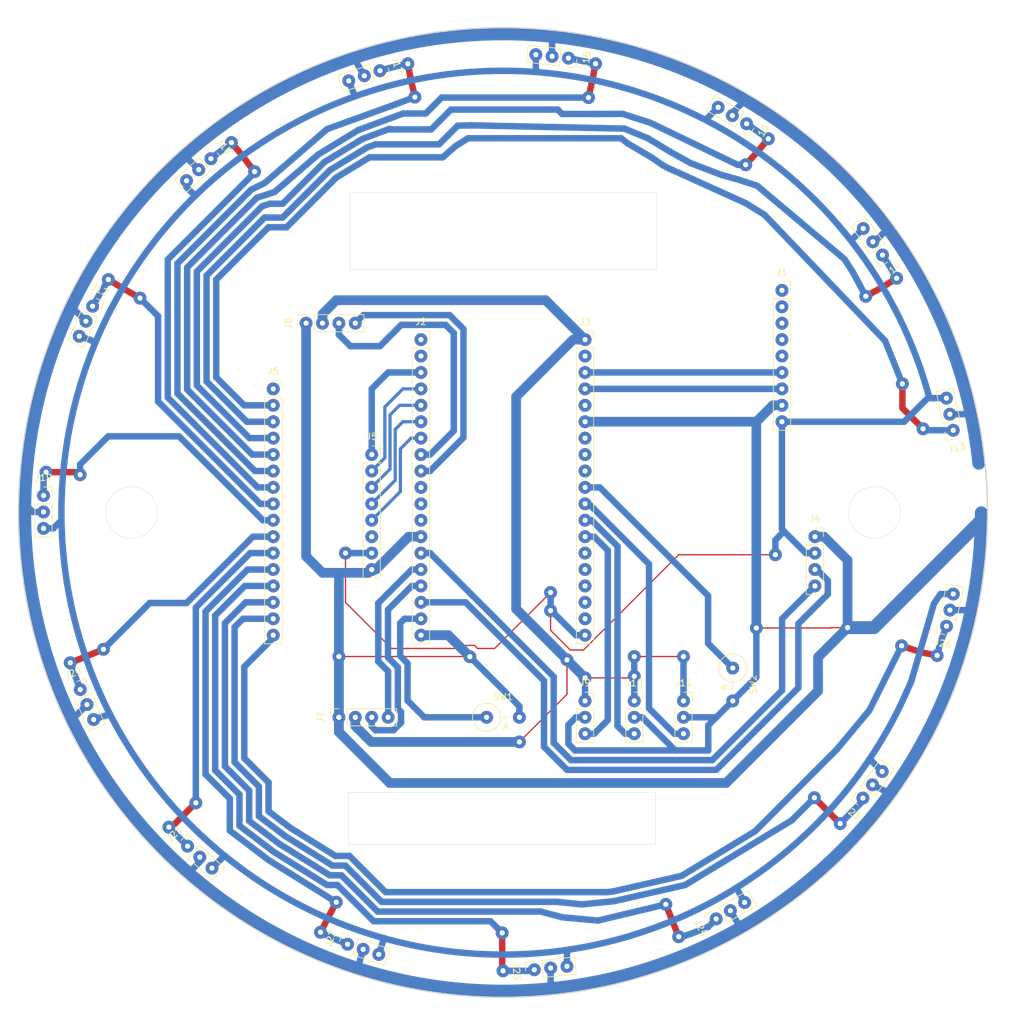
<source format=kicad_pcb>
(kicad_pcb (version 20241229) (generator "pcbnew") (generator_version "9.0")
  (layers (0 "F.Cu" signal) (2 "B.Cu" signal) (13 "F.Paste" user) (15 "B.Paste" user) (5 "F.SilkS" user "F.Silkscreen") (7 "B.SilkS" user "B.Silkscreen") (1 "F.Mask" user) (3 "B.Mask" user) (25 "Edge.Cuts" user))
  (net 0 "")
  (net 1 "+3.3V")
  (net 3 "Net-(J1-Pin_6)")
  (net 4 "Net-(J1-Pin_7)")
  (net 7 "GND")
  (net 10 "Net-(J2-Pin_5)")
  (net 11 "Net-(J2-Pin_14)")
  (net 12 "Net-(J2-Pin_6)")
  (net 13 "Net-(J2-Pin_7)")
  (net 14 "Net-(J2-Pin_8)")
  (net 15 "Net-(J2-Pin_4)")
  (net 16 "Net-(J2-Pin_3)")
  (net 17 "Net-(J2-Pin_15)")
  (net 18 "Net-(J2-Pin_9)")
  (net 19 "+5V")
  (net 20 "Net-(J10-Pin_3)")
  (net 24 "Net-(J11-Pin_3)")
  (net 28 "Net-(J19-Pin_1)")
  (net 29 "Net-(J23-Pin_1)")
  (net 30 "Net-(J22-Pin_1)")
  (net 31 "Net-(J21-Pin_1)")
  (net 32 "Net-(J24-Pin_1)")
  (net 33 "Net-(J13-Pin_1)")
  (net 34 "Net-(J25-Pin_1)")
  (net 35 "Net-(J20-Pin_1)")
  (net 36 "Net-(J16-Pin_1)")
  (net 37 "Net-(J18-Pin_1)")
  (net 38 "Net-(J12-Pin_1)")
  (net 39 "Net-(J26-Pin_1)")
  (net 40 "Net-(J17-Pin_1)")
  (net 41 "Net-(J14-Pin_1)")
  (net 42 "Net-(J15-Pin_1)")
  (net 43 "unconnected-(J6-Pin_1-Pad1)")
  (net 44 "Net-(J2-Pin_16)")
  (net 45 "Net-(J2-Pin_17)")
  (net 56 "Net-(J2-Pin_18)")
  (net 57 "Net-(J3-Pin_10)")
  (net 58 "Net-(J3-Pin_13)")
  (footprint "Connector_PinSocket_2.54mm:PinSocket_1x04_P2.54mm_Vertical" (layer "F.Cu") (at 162.585 71.12)
    (property "Reference" "J4")
    (property "Value" "OLED")
  )
  (footprint "Connector_PinSocket_2.54mm:PinSocket_1x03_P2.54mm_Vertical" (layer "F.Cu") (at 127 96.52)
    (property "Reference" "J9")
    (property "Value" "Left")
  )
  (footprint "" (layer "F.Cu") (at 109.1692 89.6874)
    (property "Reference" "")
    (property "Value" "")
  )
  (footprint "Connector_PinSocket_2.54mm:PinSocket_1x03_P2.54mm_Vertical" (layer "F.Cu") (at 95.25524 -0.962062 -72)
    (property "Reference" "J17")
    (property "Value" "Conn_01x03_Socket" (hide yes))
  )
  (footprint "" (layer "F.Cu") (at 153.5176 85.2424)
    (property "Reference" "")
    (property "Value" "")
  )
  (footprint "Connector_PinSocket_2.54mm:PinSocket_1x03_P2.54mm_Vertical" (layer "F.Cu") (at 124.429881 -2.909317 -96)
    (property "Reference" "J16")
    (property "Value" "Conn_01x03_Socket" (hide yes))
  )
  (footprint "Diode_THT:D_5W_P5.08mm_Vertical_AnodeUp" (layer "F.Cu") (at 111.76 99.06)
    (property "Reference" "SW1")
    (property "Value" "Start")
  )
  (footprint "Connector_PinSocket_2.54mm:PinSocket_1x03_P2.54mm_Vertical" (layer "F.Cu") (at 173.045044 27.560701 -144)
    (property "Reference" "J14")
    (property "Value" "Conn_01x03_Socket" (hide yes))
  )
  (footprint "Connector_PinSocket_2.54mm:PinSocket_1x03_P2.54mm_Vertical" (layer "F.Cu") (at 43.18 64.759487)
    (property "Reference" "J19")
    (property "Value" "Conn_01x03_Socket" (hide yes))
  )
  (footprint "Connector_PinSocket_2.54mm:PinSocket_1x09_P2.54mm_Vertical" (layer "F.Cu") (at 157.48 33.02)
    (property "Reference" "J1")
    (property "Value" "Compass")
  )
  (footprint "Connector_PinSocket_2.54mm:PinSocket_1x16_P2.54mm_Vertical" (layer "F.Cu") (at 78.74 48.26)
    (property "Reference" "J6")
    (property "Value" "MUX")
  )
  (footprint "Connector_PinSocket_2.54mm:PinSocket_1x19_P2.54mm_Vertical" (layer "F.Cu") (at 127 40.64)
    (property "Reference" "J3")
    (property "Value" "Conn_01x19_Socket" (hide yes))
  )
  (footprint "Connector_PinSocket_2.54mm:PinSocket_1x03_P2.54mm_Vertical" (layer "F.Cu") (at 182.950569 84.964625 168)
    (property "Reference" "J26")
    (property "Value" "Conn_01x03_Socket" (hide yes))
  )
  (footprint "Connector_PinSocket_2.54mm:PinSocket_1x03_P2.54mm_Vertical" (layer "F.Cu") (at 119.152219 138.110271 96)
    (property "Reference" "J23")
    (property "Value" "Conn_01x03_Socket" (hide yes))
  )
  (footprint "Connector_PinSocket_2.54mm:PinSocket_1x03_P2.54mm_Vertical" (layer "F.Cu") (at 48.8696 94.7674 24)
    (property "Reference" "J20")
    (property "Value" "Conn_01x03_Socket" (hide yes))
  )
  (footprint "Connector_PinSocket_2.54mm:PinSocket_1x04_P2.54mm_Vertical" (layer "F.Cu") (at 88.9 99.06 90)
    (property "Reference" "J7")
    (property "Value" "Drive")
  )
  (footprint "Connector_PinSocket_2.54mm:PinSocket_1x19_P2.54mm_Vertical" (layer "F.Cu") (at 101.6 40.64)
    (property "Reference" "J2")
    (property "Value" "Conn_01x19_Socket" (hide yes))
  )
  (footprint "Diode_THT:D_5W_P5.08mm_Vertical_AnodeUp" (layer "F.Cu") (at 149.86 91.44 -90)
    (property "Reference" "SW2")
    (property "Value" "Mode")
  )
  (footprint "Connector_PinSocket_2.54mm:PinSocket_1x03_P2.54mm_Vertical" (layer "F.Cu") (at 170.007025 111.554903 144)
    (property "Reference" "J25")
    (property "Value" "Conn_01x03_Socket" (hide yes))
  )
  (footprint "Connector_PinSocket_2.54mm:PinSocket_1x03_P2.54mm_Vertical" (layer "F.Cu") (at 65.475688 118.992667 48)
    (property "Reference" "J21")
    (property "Value" "Conn_01x03_Socket" (hide yes))
  )
  (footprint "Connector_PinSocket_2.54mm:PinSocket_1x03_P2.54mm_Vertical" (layer "F.Cu") (at 90.243516 134.165297 72)
    (property "Reference" "J22")
    (property "Value" "Conn_01x03_Socket" (hide yes))
  )
  (footprint "Connector_PinSocket_2.54mm:PinSocket_1x03_P2.54mm_Vertical" (layer "F.Cu") (at 142.24 96.52)
    (property "Reference" "J11")
    (property "Value" "Back")
  )
  (footprint "Connector_PinSocket_2.54mm:PinSocket_1x04_P2.54mm_Vertical" (layer "F.Cu") (at 83.82 38.1 90)
    (property "Reference" "J8")
    (property "Value" "CAM")
  )
  (footprint "Connector_PinSocket_2.54mm:PinSocket_1x03_P2.54mm_Vertical" (layer "F.Cu") (at 134.62 96.52)
    (property "Reference" "J10")
    (property "Value" "Right")
  )
  (footprint "" (layer "F.Cu") (at 88.9 89.662)
    (property "Reference" "")
    (property "Value" "")
  )
  (footprint "Connector_PinSocket_2.54mm:PinSocket_1x03_P2.54mm_Vertical" (layer "F.Cu") (at 147.300295 130.240849 120)
    (property "Reference" "J24")
    (property "Value" "Conn_01x03_Socket" (hide yes))
  )
  (footprint "Connector_PinSocket_2.54mm:PinSocket_1x03_P2.54mm_Vertical" (layer "F.Cu") (at 152.005147 7.24846 -120)
    (property "Reference" "J15")
    (property "Value" "Conn_01x03_Socket" (hide yes))
  )
  (footprint "Connector_PinSocket_2.54mm:PinSocket_1x03_P2.54mm_Vertical" (layer "F.Cu") (at 69.089999 12.653514 -48)
    (property "Reference" "J18")
    (property "Value" "Conn_01x03_Socket" (hide yes))
  )
  (footprint "Connector_PinSocket_2.54mm:PinSocket_1x08_P2.54mm_Vertical" (layer "F.Cu") (at 93.98 58.42)
    (property "Reference" "J5")
    (property "Value" "MUX_")
  )
  (footprint "Connector_PinSocket_2.54mm:PinSocket_1x03_P2.54mm_Vertical" (layer "F.Cu") (at 183.994846 54.662083 -168)
    (property "Reference" "J13")
    (property "Value" "Conn_01x03_Socket" (hide yes))
  )
  (footprint "Connector_PinSocket_2.54mm:PinSocket_1x03_P2.54mm_Vertical" (layer "F.Cu") (at 50.775658 35.475627 -24)
    (property "Reference" "J12")
    (property "Value" "Conn_01x03_Socket" (hide yes))
  )
  (gr_rect (start 90.3986 110.6932) (end 137.8966 118.7196) (stroke (width 0.05)) (fill no) (layer "Edge.Cuts"))
  (gr_circle (center 171.8 67.38) (end 175.8 67.38) (stroke (width 0.05)) (fill no) (layer "Edge.Cuts"))
  (gr_circle (center 56.8 67.38) (end 60.8 67.38) (stroke (width 0.05)) (fill no) (layer "Edge.Cuts"))
  (gr_circle (center 114.3 67.38) (end 189.3 67.38) (stroke (width 0.2)) (fill no) (layer "Edge.Cuts"))
  (gr_rect (start 90.6272 17.9578) (end 138.1252 29.7942) (stroke (width 0.05)) (fill no) (layer "Edge.Cuts"))
  (segment (start 107.969312 88.411) (end 108.443912 87.9364) (width 0.2) (layer "F.Cu") (net 1))
  (segment (start 97.047 88.411) (end 107.969312 88.411) (width 0.2) (layer "F.Cu") (net 1))
  (segment (start 141.497 73.914) (end 126.765 88.646) (width 0.2) (layer "F.Cu") (net 1))
  (segment (start 108.443912 87.9364) (end 109.894488 87.9364) (width 0.2) (layer "F.Cu") (net 1))
  (segment (start 124.714 88.646) (end 121.666 85.598) (width 0.2) (layer "F.Cu") (net 1))
  (segment (start 113.011 88.411) (end 121.666 79.756) (width 0.2) (layer "F.Cu") (net 1))
  (segment (start 126.765 88.646) (end 124.714 88.646) (width 0.2) (layer "F.Cu") (net 1))
  (segment (start 89.916 81.28) (end 97.047 88.411) (width 0.2) (layer "F.Cu") (net 1))
  (segment (start 109.894488 87.9364) (end 110.369088 88.411) (width 0.2) (layer "F.Cu") (net 1))
  (segment (start 110.369088 88.411) (end 113.011 88.411) (width 0.2) (layer "F.Cu") (net 1))
  (segment (start 156.464 73.914) (end 141.497 73.914) (width 0.2) (layer "F.Cu") (net 1))
  (segment (start 121.666 85.598) (end 121.666 82.55) (width 0.2) (layer "F.Cu") (net 1))
  (segment (start 89.916 73.66) (end 89.916 81.28) (width 0.2) (layer "F.Cu") (net 1))
  (via (at 89.916 73.66) (size 2) (drill 0.8) (layers "F.Cu" "B.Cu") (net 1))
  (via (at 121.666 82.55) (size 2) (drill 0.8) (layers "F.Cu" "B.Cu") (net 1))
  (via (at 121.666 79.756) (size 2) (drill 0.8) (layers "F.Cu" "B.Cu") (net 1))
  (via (at 156.464 73.914) (size 2) (drill 0.8) (layers "F.Cu" "B.Cu") (net 1))
  (segment (start 127 86.36) (end 125.585787 86.36) (width 1) (layer "B.Cu") (net 1))
  (segment (start 170.059095 23.450895) (end 168.448558 25.061432) (width 1) (layer "B.Cu") (net 1))
  (segment (start 43.18 69.839487) (end 44.69719 69.839487) (width 1) (layer "B.Cu") (net 1))
  (segment (start 172.992974 107.445097) (end 171.070153 105.522276) (width 1) (layer "B.Cu") (net 1))
  (segment (start 119.37771 -3.440322) (end 119.37771 -0.787115) (width 1) (layer "B.Cu") (net 1))
  (segment (start 157.801393 70.290607) (end 161.170787 73.66) (width 1) (layer "B.Cu") (net 1))
  (segment (start 121.666 82.440213) (end 121.666 79.756) (width 1) (layer "B.Cu") (net 1))
  (segment (start 95.885 133.2484) (end 95.9104 133.213673) (width 1) (layer "B.Cu") (net 1))
  (segment (start 50.935822 99.408211) (end 53.467 98.5774) (width 1) (layer "B.Cu") (net 1))
  (segment (start 180.265606 49.469425) (end 176.395031 53.34) (width 1) (layer "B.Cu") (net 1))
  (segment (start 157.801393 70.290607) (end 156.464 71.628) (width 1) (layer "B.Cu") (net 1))
  (segment (start 125.585787 86.36) (end 121.666 82.440213) (width 1) (layer "B.Cu") (net 1))
  (segment (start 95.074883 135.735103) (end 95.885 133.2484) (width 1) (layer "B.Cu") (net 1))
  (segment (start 145.72295 6.591248) (end 145.72295 6.67705) (width 1) (layer "B.Cu") (net 1))
  (segment (start 168.448558 25.061432) (end 167.978568 25.061432) (width 1) (layer "B.Cu") (net 1))
  (segment (start 181 81.5) (end 177.5 93.5) (width 1) (layer "B.Cu") (net 1))
  (segment (start 184.00676 79.995635) (end 182.004365 79.995635) (width 1) (layer "B.Cu") (net 1))
  (segment (start 65.314823 17.054823) (end 66.641168 18.381168) (width 1) (layer "B.Cu") (net 1))
  (segment (start 161.170787 73.66) (end 162.585 73.66) (width 1) (layer "B.Cu") (net 1))
  (segment (start 177.5 93.5) (end 176.745903 95.178545) (width 1) (layer "B.Cu") (net 1))
  (segment (start 151.699704 127.700849) (end 150.414445 125.414445) (width 1) (layer "B.Cu") (net 1))
  (segment (start 180.489274 49.693093) (end 180.265606 49.469425) (width 1) (layer "B.Cu") (net 1))
  (segment (start 171.070153 105.522276) (end 171.022276 105.522276) (width 1) (layer "B.Cu") (net 1))
  (segment (start 65.314823 16.052697) (end 65.314823 17.054823) (width 1) (layer "B.Cu") (net 1))
  (segment (start 147.605738 4.70846) (end 145.72295 6.591248) (width 1) (layer "B.Cu") (net 1))
  (segment (start 48.709436 40.116438) (end 50.276438 40.64) (width 1) (layer "B.Cu") (net 1))
  (segment (start 44.69719 69.839487) (end 45.956677 68.58) (width 1) (layer "B.Cu") (net 1))
  (segment (start 157.48 53.34) (end 157.48 69.969213) (width 1) (layer "B.Cu") (net 1))
  (segment (start 90.423873 0.607744) (end 91.371445 3.018008) (width 1) (layer "B.Cu") (net 1))
  (segment (start 89.916 73.66) (end 93.98 73.66) (width 1) (layer "B.Cu") (net 1))
  (segment (start 156.464 71.628) (end 156.464 73.914) (width 1) (layer "B.Cu") (net 1))
  (segment (start 176.395031 53.34) (end 157.48 53.34) (width 1) (layer "B.Cu") (net 1))
  (segment (start 119.37771 -0.787115) (end 119.38 -0.784825) (width 1) (layer "B.Cu") (net 1))
  (segment (start 157.48 69.969213) (end 157.801393 70.290607) (width 1) (layer "B.Cu") (net 1))
  (segment (start 71.080113 120.562601) (end 71.359799 120.562601) (width 1) (layer "B.Cu") (net 1))
  (segment (start 182.938655 49.693093) (end 180.489274 49.693093) (width 1) (layer "B.Cu") (net 1))
  (segment (start 124.20439 137.579266) (end 124.20439 135.264143) (width 1) (layer "B.Cu") (net 1))
  (segment (start 182.004365 79.995635) (end 181 81.5) (width 1) (layer "B.Cu") (net 1))
  (segment (start 69.250864 122.39185) (end 71.080113 120.562601) (width 1) (layer "B.Cu") (net 1))
  (segment (start 124.20439 135.264143) (end 124.5 134.968533) (width 1) (layer "B.Cu") (net 1))
  (segment (start 50.276438 40.64) (end 51.217646 41.057646) (width 1) (layer "B.Cu") (net 1))
  (arc (start 176.745897 95.21012) (mid 46.147886 62.163712) (end 180.2656 49.501) (width 1) (layer "B.Cu") (net 1))
  (segment (start 127 45.72) (end 157.48 45.72) (width 1) (layer "B.Cu") (net 3))
  (segment (start 127 48.26) (end 157.48 48.26) (width 1) (layer "B.Cu") (net 4))
  (segment (start 153.59626 85.2424) (end 153.571333 85.267327) (width 0.2) (layer "F.Cu") (net 7))
  (segment (start 88.9 89.662) (end 109.1438 89.662) (width 0.2) (layer "F.Cu") (net 7))
  (segment (start 165.149954 85.191152) (end 165.098706 85.2424) (width 0.2) (layer "F.Cu") (net 7))
  (segment (start 109.1438 89.662) (end 109.1692 89.6874) (width 0.5) (layer "F.Cu") (net 7))
  (segment (start 167.64 85.191152) (end 165.149954 85.191152) (width 0.2) (layer "F.Cu") (net 7))
  (segment (start 165.098706 85.2424) (end 153.59626 85.2424) (width 0.2) (layer "F.Cu") (net 7))
  (via (at 167.64 85.191152) (size 2) (drill 0.8) (layers "F.Cu" "B.Cu") (net 7))
  (segment (start 185.990382 52.177588) (end 186.588454 51.579516) (width 1) (layer "B.Cu") (net 7))
  (segment (start 67.363276 120.692259) (end 67.363276 121.434924) (width 1) (layer "B.Cu") (net 7))
  (segment (start 124.423734 100.222053) (end 124.423734 103.160266) (width 1) (layer "B.Cu") (net 7))
  (segment (start 140.97 104.186) (end 146.076532 104.186) (width 1) (layer "B.Cu") (net 7))
  (segment (start 125.585787 99.06) (end 124.423734 100.222053) (width 1) (layer "B.Cu") (net 7))
  (segment (start 171.552069 25.505798) (end 171.818427 25.505798) (width 1) (layer "B.Cu") (net 7))
  (segment (start 99.703395 71.12) (end 94.623395 76.2) (width 1.5) (layer "B.Cu") (net 7))
  (segment (start 94.623395 76.2) (end 93.98 76.2) (width 1.5) (layer "B.Cu") (net 7))
  (segment (start 83.82 38.1) (end 83.82 74.168) (width 1.5) (layer "B.Cu") (net 7))
  (segment (start 163.068 94.996) (end 163.068 89.763152) (width 1.51) (layer "B.Cu") (net 7))
  (segment (start 88.9 76.708) (end 93.472 76.708) (width 1.5) (layer "B.Cu") (net 7))
  (segment (start 163.999213 71.12) (end 162.585 71.12) (width 1.5) (layer "B.Cu") (net 7))
  (segment (start 149.805442 5.565088) (end 151.783717 3.586813) (width 1) (layer "B.Cu") (net 7))
  (segment (start 88.9 101.346) (end 96.774 109.22) (width 1.51) (layer "B.Cu") (net 7))
  (segment (start 163.068 89.763152) (end 167.64 85.191152) (width 1.51) (layer "B.Cu") (net 7))
  (segment (start 96.774 109.22) (end 148.844 109.22) (width 1.51) (layer "B.Cu") (net 7))
  (segment (start 183.46675 52.177588) (end 185.990382 52.177588) (width 1) (layer "B.Cu") (net 7))
  (segment (start 86.36 76.708) (end 88.9 76.708) (width 1.5) (layer "B.Cu") (net 7))
  (segment (start 171.719056 85.191152) (end 188.330208 68.58) (width 2) (layer "B.Cu") (net 7))
  (segment (start 67.363276 121.434924) (end 66.3702 122.428) (width 1) (layer "B.Cu") (net 7))
  (segment (start 101.6 71.12) (end 99.703395 71.12) (width 1.5) (layer "B.Cu") (net 7))
  (segment (start 121.904809 -3.174819) (end 121.955323 -3.225333) (width 1) (layer "B.Cu") (net 7))
  (segment (start 171.5 109.5) (end 173.5 110.5) (width 1) (layer "B.Cu") (net 7))
  (segment (start 156.065787 50.8) (end 157.48 50.8) (width 1.5) (layer "B.Cu") (net 7))
  (segment (start 153.5176 85.2424) (end 153.5176 53.348187) (width 1.5) (layer "B.Cu") (net 7))
  (segment (start 49.902711 97.112489) (end 47.5996 99.4156) (width 1) (layer "B.Cu") (net 7))
  (segment (start 146.076532 100.303468) (end 147.32 99.06) (width 1) (layer "B.Cu") (net 7))
  (segment (start 121.903795 -3.174819) (end 121.903795 -5.411071) (width 1) (layer "B.Cu") (net 7))
  (segment (start 167.64 85.191152) (end 171.719056 85.191152) (width 2) (layer "B.Cu") (net 7))
  (segment (start 147.32 99.06) (end 149.86 96.52) (width 1) (layer "B.Cu") (net 7))
  (segment (start 183.478665 82.48013) (end 185.98013 82.48013) (width 1) (layer "B.Cu") (net 7))
  (segment (start 121.678305 137.844769) (end 121.678305 140.821695) (width 1) (layer "B.Cu") (net 7))
  (segment (start 92.839556 -0.177159) (end 92.027791 -1.531473) (width 1) (layer "B.Cu") (net 7))
  (segment (start 146.076532 104.186) (end 146.076532 100.303468) (width 1) (layer "B.Cu") (net 7))
  (segment (start 116.84 97.3582) (end 109.1692 89.6874) (width 1) (layer "B.Cu") (net 7))
  (segment (start 92.027791 -1.531473) (end 91.44 -2.54) (width 1) (layer "B.Cu") (net 7))
  (segment (start 88.9 99.06) (end 88.9 89.662) (width 1.51) (layer "B.Cu") (net 7))
  (segment (start 148.844 109.22) (end 163.068 94.996) (width 1.51) (layer "B.Cu") (net 7))
  (segment (start 88.9 89.662) (end 88.9 76.708) (width 1.5) (layer "B.Cu") (net 7))
  (segment (start 116.84 99.06) (end 116.84 97.3582) (width 1) (layer "B.Cu") (net 7))
  (segment (start 149.5 128.970849) (end 151 131.5) (width 1) (layer "B.Cu") (net 7))
  (segment (start 121.955323 -3.225333) (end 121.955323 -3.547089) (width 1) (layer "B.Cu") (net 7))
  (segment (start 92.6592 134.9502) (end 92.075 136.9314) (width 1) (layer "B.Cu") (net 7))
  (segment (start 149.805442 5.97846) (end 149.805442 5.565088) (width 1) (layer "B.Cu") (net 7))
  (segment (start 88.9 99.06) (end 88.9 101.346) (width 1.51) (layer "B.Cu") (net 7))
  (segment (start 124.423734 103.160266) (end 125.449468 104.186) (width 1) (layer "B.Cu") (net 7))
  (segment (start 83.82 74.168) (end 86.36 76.708) (width 1.5) (layer "B.Cu") (net 7))
  (segment (start 173.5 110.5) (end 174 111) (width 1) (layer "B.Cu") (net 7))
  (segment (start 121.903795 -3.174819) (end 121.904809 -3.174819) (width 1) (layer "B.Cu") (net 7))
  (segment (start 121.678305 140.821695) (end 121.5 141) (width 1) (layer "B.Cu") (net 7))
  (segment (start 185.98013 82.48013) (end 186.5 83) (width 1) (layer "B.Cu") (net 7))
  (segment (start 47.710673 35.764158) (end 47.710673 35.010673) (width 1) (layer "B.Cu") (net 7))
  (segment (start 153.5176 85.2424) (end 153.5176 92.8624) (width 1) (layer "B.Cu") (net 7))
  (segment (start 49.742547 37.796032) (end 47.710673 35.764158) (width 1) (layer "B.Cu") (net 7))
  (segment (start 167.64 74.760787) (end 163.999213 71.12) (width 1.5) (layer "B.Cu") (net 7))
  (segment (start 65.460347 12.611042) (end 65.460347 12.168144) (width 1) (layer "B.Cu") (net 7))
  (segment (start 127 99.06) (end 125.585787 99.06) (width 1) (layer "B.Cu") (net 7))
  (segment (start 167.64 85.191152) (end 167.64 74.760787) (width 1.5) (layer "B.Cu") (net 7))
  (segment (start 101.6 86.36) (end 105.8418 86.36) (width 1.51) (layer "B.Cu") (net 7))
  (segment (start 153.5176 92.8624) (end 149.86 96.52) (width 1) (layer "B.Cu") (net 7))
  (segment (start 105.8418 86.36) (end 109.1692 89.6874) (width 1.51) (layer "B.Cu") (net 7))
  (segment (start 171.818427 25.505798) (end 173.461949 23.862276) (width 1) (layer "B.Cu") (net 7))
  (segment (start 49.902711 97.087805) (end 49.902711 97.112489) (width 1) (layer "B.Cu") (net 7))
  (segment (start 142.24 99.06) (end 147.32 99.06) (width 1) (layer "B.Cu") (net 7))
  (segment (start 93.472 76.708) (end 93.98 76.2) (width 1.5) (layer "B.Cu") (net 7))
  (segment (start 127 53.34) (end 153.509413 53.34) (width 1.5) (layer "B.Cu") (net 7))
  (segment (start 135.844 99.06) (end 140.97 104.186) (width 1) (layer "B.Cu") (net 7))
  (segment (start 153.5176 53.348187) (end 156.065787 50.8) (width 1.5) (layer "B.Cu") (net 7))
  (segment (start 43.18 67.299487) (end 41.53168 67.299487) (width 1) (layer "B.Cu") (net 7))
  (segment (start 121.903795 -5.411071) (end 121.129162 -6.185704) (width 1) (layer "B.Cu") (net 7))
  (segment (start 153.509413 53.34) (end 153.5176 53.348187) (width 1.5) (layer "B.Cu") (net 7))
  (segment (start 125.449468 104.186) (end 140.97 104.186) (width 1) (layer "B.Cu") (net 7))
  (segment (start 67.202411 14.353106) (end 65.460347 12.611042) (width 1) (layer "B.Cu") (net 7))
  (segment (start 41.53168 67.299487) (end 40.272193 66.04) (width 1) (layer "B.Cu") (net 7))
  (segment (start 134.62 99.06) (end 135.844 99.06) (width 1) (layer "B.Cu") (net 7))
  (arc (start 188.339925 67.418351) (mid 40.3574 71.175238) (end 187.946916 59.761354) (width 2) (layer "B.Cu") (net 7))
  (segment (start 96.813 52.285) (end 98.298 50.8) (width 0.5) (layer "B.Cu") (net 10))
  (segment (start 93.98 63.5) (end 96.813 60.667) (width 0.5) (layer "B.Cu") (net 10))
  (segment (start 98.298 50.8) (end 101.6 50.8) (width 0.5) (layer "B.Cu") (net 10))
  (segment (start 96.813 60.667) (end 96.813 52.285) (width 0.5) (layer "B.Cu") (net 10))
  (segment (start 124.827734 105.687) (end 122.151 103.010266) (width 1) (layer "B.Cu") (net 11))
  (segment (start 162.585 78.74) (end 157.505 83.82) (width 1) (layer "B.Cu") (net 11))
  (segment (start 122.151 92.796786) (end 103.014213 73.66) (width 1) (layer "B.Cu") (net 11))
  (segment (start 146.698266 105.687) (end 124.827734 105.687) (width 1) (layer "B.Cu") (net 11))
  (segment (start 157.505 94.880266) (end 146.698266 105.687) (width 1) (layer "B.Cu") (net 11))
  (segment (start 103.014213 73.66) (end 101.6 73.66) (width 1) (layer "B.Cu") (net 11))
  (segment (start 122.151 103.010266) (end 122.151 92.796786) (width 1) (layer "B.Cu") (net 11))
  (segment (start 157.505 83.82) (end 157.505 94.880266) (width 1) (layer "B.Cu") (net 11))
  (segment (start 98.806 53.34) (end 101.6 53.34) (width 0.5) (layer "B.Cu") (net 12))
  (segment (start 97.614 54.532) (end 98.806 53.34) (width 0.5) (layer "B.Cu") (net 12))
  (segment (start 97.614 62.406) (end 97.614 54.532) (width 0.5) (layer "B.Cu") (net 12))
  (segment (start 93.98 66.04) (end 97.614 62.406) (width 0.5) (layer "B.Cu") (net 12))
  (segment (start 98.415 64.145) (end 98.415 57.541) (width 0.5) (layer "B.Cu") (net 13))
  (segment (start 98.415 57.541) (end 100.076 55.88) (width 0.5) (layer "B.Cu") (net 13))
  (segment (start 93.98 68.58) (end 98.415 64.145) (width 0.5) (layer "B.Cu") (net 13))
  (segment (start 100.076 55.88) (end 101.6 55.88) (width 0.5) (layer "B.Cu") (net 13))
  (segment (start 106.68 54.754213) (end 106.68 39.624) (width 1) (layer "B.Cu") (net 14))
  (segment (start 106.68 39.624) (end 105.41 38.354) (width 1) (layer "B.Cu") (net 14))
  (segment (start 98.552 38.354) (end 95.25 41.656) (width 1) (layer "B.Cu") (net 14))
  (segment (start 103.014213 58.42) (end 106.68 54.754213) (width 1) (layer "B.Cu") (net 14))
  (segment (start 88.9 39.878) (end 88.9 38.1) (width 1) (layer "B.Cu") (net 14))
  (segment (start 95.25 41.656) (end 90.678 41.656) (width 1) (layer "B.Cu") (net 14))
  (segment (start 101.6 58.42) (end 103.014213 58.42) (width 1) (layer "B.Cu") (net 14))
  (segment (start 105.41 38.354) (end 98.552 38.354) (width 1) (layer "B.Cu") (net 14))
  (segment (start 90.678 41.656) (end 88.9 39.878) (width 1) (layer "B.Cu") (net 14))
  (segment (start 98.806 48.26) (end 101.6 48.26) (width 0.5) (layer "B.Cu") (net 15))
  (segment (start 96.012 51.054) (end 98.806 48.26) (width 0.5) (layer "B.Cu") (net 15))
  (segment (start 93.98 60.96) (end 96.012 58.928) (width 0.5) (layer "B.Cu") (net 15))
  (segment (start 96.012 58.928) (end 96.012 51.054) (width 0.5) (layer "B.Cu") (net 15))
  (segment (start 96.52 45.72) (end 101.6 45.72) (width 1) (layer "B.Cu") (net 16))
  (segment (start 93.98 58.42) (end 93.98 48.26) (width 1) (layer "B.Cu") (net 16))
  (segment (start 93.98 48.26) (end 96.52 45.72) (width 1) (layer "B.Cu") (net 16))
  (segment (start 96.52 99.06) (end 96.52 91.948) (width 1) (layer "B.Cu") (net 17))
  (segment (start 94.996 90.424) (end 94.996 81.389787) (width 1) (layer "B.Cu") (net 17))
  (segment (start 100.185787 76.2) (end 101.6 76.2) (width 1) (layer "B.Cu") (net 17))
  (segment (start 96.52 91.948) (end 94.996 90.424) (width 1) (layer "B.Cu") (net 17))
  (segment (start 94.996 81.389787) (end 100.185787 76.2) (width 1) (layer "B.Cu") (net 17))
  (segment (start 101.6 60.96) (end 103.014213 60.96) (width 1) (layer "B.Cu") (net 18))
  (segment (start 92.687 36.853) (end 91.44 38.1) (width 1) (layer "B.Cu") (net 18))
  (segment (start 106.031735 36.853) (end 92.687 36.853) (width 1) (layer "B.Cu") (net 18))
  (segment (start 103.014213 60.96) (end 108.181 55.793213) (width 1) (layer "B.Cu") (net 18))
  (segment (start 108.181 39.002265) (end 106.031735 36.853) (width 1) (layer "B.Cu") (net 18))
  (segment (start 108.181 55.793213) (end 108.181 39.002265) (width 1) (layer "B.Cu") (net 18))
  (segment (start 116.84 102.87) (end 124.206 95.504) (width 0.2) (layer "F.Cu") (net 19))
  (segment (start 134.62 89.662) (end 141.986 89.662) (width 0.2) (layer "F.Cu") (net 19))
  (segment (start 124.206 95.504) (end 124.206 90.17) (width 0.2) (layer "F.Cu") (net 19))
  (segment (start 127 92.964) (end 134.366 92.964) (width 0.2) (layer "F.Cu") (net 19))
  (segment (start 141.986 89.662) (end 142.24 89.662) (width 0.5) (layer "F.Cu") (net 19))
  (segment (start 134.366 92.964) (end 134.62 92.71) (width 0.5) (layer "F.Cu") (net 19))
  (via (at 124.206 90.17) (size 2) (drill 0.8) (layers "F.Cu" "B.Cu") (net 19))
  (via (at 127 92.964) (size 2) (drill 0.8) (layers "F.Cu" "B.Cu") (net 19))
  (via (at 134.62 92.71) (size 2) (drill 0.8) (layers "F.Cu" "B.Cu") (net 19))
  (via (at 116.84 102.87) (size 2) (drill 0.8) (layers "F.Cu" "B.Cu") (net 19))
  (via (at 134.62 89.662) (size 2) (drill 0.8) (layers "F.Cu" "B.Cu") (net 19))
  (via (at 142.24 89.662) (size 2) (drill 0.8) (layers "F.Cu" "B.Cu") (net 19))
  (segment (start 120.904 34.544) (end 127 40.64) (width 1.5) (layer "B.Cu") (net 19))
  (segment (start 127 92.964) (end 116.332 82.296) (width 1.5) (layer "B.Cu") (net 19))
  (segment (start 88.501787 34.544) (end 120.904 34.544) (width 1.5) (layer "B.Cu") (net 19))
  (segment (start 91.44 100.410501) (end 91.44 99.06) (width 1.5) (layer "B.Cu") (net 19))
  (segment (start 125.15 40.64) (end 127 40.64) (width 1.5) (layer "B.Cu") (net 19))
  (segment (start 134.62 92.71) (end 134.62 89.662) (width 1) (layer "B.Cu") (net 19))
  (segment (start 142.24 96.52) (end 142.24 89.662) (width 1) (layer "B.Cu") (net 19))
  (segment (start 86.36 36.685787) (end 88.501787 34.544) (width 1.5) (layer "B.Cu") (net 19))
  (segment (start 116.84 102.87) (end 93.899499 102.87) (width 1.5) (layer "B.Cu") (net 19))
  (segment (start 116.332 49.458) (end 125.15 40.64) (width 1.5) (layer "B.Cu") (net 19))
  (segment (start 127 92.964) (end 127 96.52) (width 1) (layer "B.Cu") (net 19))
  (segment (start 86.36 38.1) (end 86.36 36.685787) (width 1.5) (layer "B.Cu") (net 19))
  (segment (start 93.899499 102.87) (end 91.44 100.410501) (width 1.5) (layer "B.Cu") (net 19))
  (segment (start 116.332 82.296) (end 116.332 49.458) (width 1.5) (layer "B.Cu") (net 19))
  (segment (start 134.62 96.52) (end 134.62 92.71) (width 1) (layer "B.Cu") (net 19))
  (segment (start 134.62 101.6) (end 133.205787 101.6) (width 1) (layer "B.Cu") (net 20))
  (segment (start 132.026 100.420213) (end 132.026 72.609053) (width 1) (layer "B.Cu") (net 20))
  (segment (start 132.026 72.609053) (end 127.996947 68.58) (width 1) (layer "B.Cu") (net 20))
  (segment (start 133.205787 101.6) (end 132.026 100.420213) (width 1) (layer "B.Cu") (net 20))
  (segment (start 127.996947 68.58) (end 127 68.58) (width 1) (layer "B.Cu") (net 20))
  (segment (start 127.579681 66.04) (end 127 66.04) (width 1) (layer "B.Cu") (net 24))
  (segment (start 140.825787 101.6) (end 136.906 97.680213) (width 1) (layer "B.Cu") (net 24))
  (segment (start 136.906 75.366319) (end 127.579681 66.04) (width 1) (layer "B.Cu") (net 24))
  (segment (start 142.24 101.6) (end 140.825787 101.6) (width 1) (layer "B.Cu") (net 24))
  (segment (start 136.906 97.680213) (end 136.906 75.366319) (width 1) (layer "B.Cu") (net 24))
  (segment (start 43.573542 61.141907) (end 48.441021 61.141907) (width 1) (layer "F.Cu") (net 28))
  (segment (start 48.441021 61.141907) (end 48.838991 61.539877) (width 1) (layer "F.Cu") (net 28))
  (via (at 48.838991 61.539877) (size 2) (drill 0.8) (layers "F.Cu" "B.Cu") (net 28))
  (via (at 43.573542 61.141907) (size 2) (drill 0.8) (layers "F.Cu" "B.Cu") (net 28))
  (segment (start 48.838991 61.539877) (end 48.838991 59.949209) (width 1) (layer "B.Cu") (net 28))
  (segment (start 43.18 61.535449) (end 43.573542 61.141907) (width 1) (layer "B.Cu") (net 28))
  (segment (start 64.1604 55.6006) (end 77.1398 68.58) (width 1) (layer "B.Cu") (net 28))
  (segment (start 43.18 64.759487) (end 43.18 61.535449) (width 1) (layer "B.Cu") (net 28))
  (segment (start 77.1398 68.58) (end 78.74 68.58) (width 1) (layer "B.Cu") (net 28))
  (segment (start 53.1876 55.6006) (end 64.1604 55.6006) (width 1) (layer "B.Cu") (net 28))
  (segment (start 48.838991 59.949209) (end 53.1876 55.6006) (width 1) (layer "B.Cu") (net 28))
  (segment (start 114.173 138.1506) (end 114.3 138.2776) (width 1) (layer "F.Cu") (net 29))
  (segment (start 114.173 132.4102) (end 114.173 138.1506) (width 1) (layer "F.Cu") (net 29))
  (via (at 114.3 138.2776) (size 2) (drill 0.8) (layers "F.Cu" "B.Cu") (net 29))
  (via (at 114.173 132.4102) (size 2) (drill 0.8) (layers "F.Cu" "B.Cu") (net 29))
  (segment (start 118.98489 138.2776) (end 119.152219 138.110271) (width 1) (layer "B.Cu") (net 29))
  (segment (start 88.663042 125) (end 94.272267 130.609225) (width 1) (layer "B.Cu") (net 29))
  (segment (start 94.272267 130.609225) (end 112.372025 130.609225) (width 1) (layer "B.Cu") (net 29))
  (segment (start 69.7532 107.252066) (end 73.51 111.008866) (width 1) (layer "B.Cu") (net 29))
  (segment (start 87.059328 125) (end 88.663042 125) (width 1) (layer "B.Cu") (net 29))
  (segment (start 73.51 115.840561) (end 78.855267 119.894809) (width 1) (layer "B.Cu") (net 29))
  (segment (start 78.74 78.74) (end 74.338602 78.74) (width 1) (layer "B.Cu") (net 29))
  (segment (start 73.51 111.008866) (end 73.51 115.840561) (width 1) (layer "B.Cu") (net 29))
  (segment (start 69.7532 83.325402) (end 69.7532 107.252066) (width 1) (layer "B.Cu") (net 29))
  (segment (start 78.855267 119.894809) (end 87.059328 125) (width 1) (layer "B.Cu") (net 29))
  (segment (start 112.372025 130.609225) (end 114.173 132.4102) (width 1) (layer "B.Cu") (net 29))
  (segment (start 114.3 138.2776) (end 118.98489 138.2776) (width 1) (layer "B.Cu") (net 29))
  (segment (start 74.338602 78.74) (end 69.7532 83.325402) (width 1) (layer "B.Cu") (net 29))
  (segment (start 87.5792 129.3876) (end 88.4936 127.6604) (width 1) (layer "F.Cu") (net 30))
  (segment (start 86.0552 132.3086) (end 87.5792 129.3876) (width 1) (layer "F.Cu") (net 30))
  (via (at 86.0552 132.3086) (size 2) (drill 0.8) (layers "F.Cu" "B.Cu") (net 30))
  (via (at 88.4936 127.6604) (size 2) (drill 0.8) (layers "F.Cu" "B.Cu") (net 30))
  (segment (start 68.2522 107.8738) (end 72.009 111.6306) (width 1) (layer "B.Cu") (net 30))
  (segment (start 78.74 76.2) (end 74.755868 76.2) (width 1) (layer "B.Cu") (net 30))
  (segment (start 72.009 116.586) (end 78.0034 121.1326) (width 1) (layer "B.Cu") (net 30))
  (segment (start 88.1888 133.3246) (end 90.243516 134.165297) (width 1) (layer "B.Cu") (net 30))
  (segment (start 68.2522 82.703668) (end 68.2522 107.8738) (width 1) (layer "B.Cu") (net 30))
  (segment (start 74.755868 76.2) (end 68.2522 82.703668) (width 1) (layer "B.Cu") (net 30))
  (segment (start 78.0034 121.1326) (end 88.4936 127.6604) (width 1) (layer "B.Cu") (net 30))
  (segment (start 72.009 111.6306) (end 72.009 116.586) (width 1) (layer "B.Cu") (net 30))
  (segment (start 86.0552 132.3086) (end 88.1888 133.3246) (width 1) (layer "B.Cu") (net 30))
  (segment (start 62.992 116.0526) (end 66.7512 112.2934) (width 1) (layer "F.Cu") (net 31))
  (segment (start 62.5856 116.0526) (end 62.992 116.0526) (width 1) (layer "F.Cu") (net 31))
  (via (at 66.7512 112.2934) (size 2) (drill 0.8) (layers "F.Cu" "B.Cu") (net 31))
  (via (at 62.5856 116.0526) (size 2) (drill 0.8) (layers "F.Cu" "B.Cu") (net 31))
  (segment (start 62.5856 116.0526) (end 62.5856 116.102579) (width 1) (layer "B.Cu") (net 31))
  (segment (start 66.7512 82.081934) (end 75.173134 73.66) (width 1) (layer "B.Cu") (net 31))
  (segment (start 62.5856 116.102579) (end 65.475688 118.992667) (width 1) (layer "B.Cu") (net 31))
  (segment (start 75.173134 73.66) (end 78.74 73.66) (width 1) (layer "B.Cu") (net 31))
  (segment (start 66.7512 112.2934) (end 66.7512 82.081934) (width 1) (layer "B.Cu") (net 31))
  (segment (start 139.5 128) (end 141.5 133) (width 1) (layer "F.Cu") (net 32))
  (via (at 141.5 133) (size 2) (drill 0.8) (layers "F.Cu" "B.Cu") (net 32))
  (via (at 139.5 128) (size 2) (drill 0.8) (layers "F.Cu" "B.Cu") (net 32))
  (segment (start 78.74 81.28) (end 74.4742 81.28) (width 1) (layer "B.Cu") (net 32))
  (segment (start 123.5 130) (end 129 130.5) (width 1) (layer "B.Cu") (net 32))
  (segment (start 79.707136 118.65702) (end 87.488217 123.499) (width 1) (layer "B.Cu") (net 32))
  (segment (start 75.011 110.387132) (end 75.011 115.095122) (width 1) (layer "B.Cu") (net 32))
  (segment (start 75.011 115.095122) (end 79.707136 118.65702) (width 1) (layer "B.Cu") (net 32))
  (segment (start 74.4742 81.28) (end 71.2542 84.5) (width 1) (layer "B.Cu") (net 32))
  (segment (start 141.5 133) (end 142.041748 133) (width 1) (layer "B.Cu") (net 32))
  (segment (start 129 130.5) (end 139.5 128) (width 1) (layer "B.Cu") (net 32))
  (segment (start 142.041748 133) (end 143.5 132.5) (width 1) (layer "B.Cu") (net 32))
  (segment (start 146.020271 131.520873) (end 147.300295 130.240849) (width 1) (layer "B.Cu") (net 32))
  (segment (start 87.488217 123.499) (end 89.284777 123.499) (width 1) (layer "B.Cu") (net 32))
  (segment (start 71.2542 84.5) (end 71.2542 106.630332) (width 1) (layer "B.Cu") (net 32))
  (segment (start 120.108225 129.108225) (end 123.5 130) (width 1) (layer "B.Cu") (net 32))
  (segment (start 71.2542 106.630332) (end 75.011 110.387132) (width 1) (layer "B.Cu") (net 32))
  (segment (start 94.894001 129.108225) (end 120.108225 129.108225) (width 1) (layer "B.Cu") (net 32))
  (segment (start 143.5 132.5) (end 146.020271 131.520873) (width 1) (layer "B.Cu") (net 32))
  (segment (start 89.284777 123.499) (end 94.894001 129.108225) (width 1) (layer "B.Cu") (net 32))
  (segment (start 176.1236 51.2318) (end 179.324 54.4322) (width 1) (layer "F.Cu") (net 33))
  (segment (start 176.1236 47.4726) (end 176.1236 51.2318) (width 1) (layer "F.Cu") (net 33))
  (via (at 176.1236 47.4726) (size 2) (drill 0.8) (layers "F.Cu" "B.Cu") (net 33))
  (via (at 179.324 54.4322) (size 2) (drill 0.8) (layers "F.Cu" "B.Cu") (net 33))
  (segment (start 104.988316 12.440205) (end 93.640626 12.440205) (width 1) (layer "B.Cu") (net 33))
  (segment (start 154.7876 21.336) (end 151.8666 19.5326) (width 1) (layer "B.Cu") (net 33))
  (segment (start 80.802879 23.259768) (end 78.006502 23.259768) (width 1) (layer "B.Cu") (net 33))
  (segment (start 139.6746 14.0208) (end 138.8364 13.5382) (width 1) (layer "B.Cu") (net 33))
  (segment (start 173.4566 40.8432) (end 154.7876 21.336) (width 1) (layer "B.Cu") (net 33))
  (segment (start 74.229804 50.8) (end 78.74 50.8) (width 1) (layer "B.Cu") (net 33))
  (segment (start 93.640626 12.440205) (end 88.478323 15.584324) (width 1) (layer "B.Cu") (net 33))
  (segment (start 183.994846 54.662083) (end 179.553883 54.662083) (width 1) (layer "B.Cu") (net 33))
  (segment (start 88.478323 15.584324) (end 80.802879 23.259768) (width 1) (layer "B.Cu") (net 33))
  (segment (start 133.6802 10.3378) (end 132.59198 9.49562) (width 1) (layer "B.Cu") (net 33))
  (segment (start 108.887679 9.49562) (end 106.9086 10.7442) (width 1) (layer "B.Cu") (net 33))
  (segment (start 176.1236 47.4726) (end 173.4566 40.8432) (width 1) (layer "B.Cu") (net 33))
  (segment (start 137.3886 12.5222) (end 133.6802 10.3378) (width 1) (layer "B.Cu") (net 33))
  (segment (start 179.553883 54.662083) (end 179.324 54.4322) (width 1) (layer "B.Cu") (net 33))
  (segment (start 138.8364 13.5382) (end 137.3886 12.5222) (width 1) (layer "B.Cu") (net 33))
  (segment (start 132.59198 9.49562) (end 108.887679 9.49562) (width 1) (layer "B.Cu") (net 33))
  (segment (start 151.8666 19.5326) (end 139.6746 14.0208) (width 1) (layer "B.Cu") (net 33))
  (segment (start 69.9128 31.35347) (end 69.9128 46.482996) (width 1) (layer "B.Cu") (net 33))
  (segment (start 78.006502 23.259768) (end 69.9128 31.35347) (width 1) (layer "B.Cu") (net 33))
  (segment (start 69.9128 46.482996) (end 74.229804 50.8) (width 1) (layer "B.Cu") (net 33))
  (segment (start 106.9086 10.7442) (end 104.988316 12.440205) (width 1) (layer "B.Cu") (net 33))
  (segment (start 166.5 115.5) (end 162.5 111.5) (width 1) (layer "F.Cu") (net 34))
  (via (at 166.5 115.5) (size 2) (drill 0.8) (layers "F.Cu" "B.Cu") (net 34))
  (via (at 162.5 111.5) (size 2) (drill 0.8) (layers "F.Cu" "B.Cu") (net 34))
  (segment (start 126.5 128) (end 131.5 127.5) (width 1) (layer "B.Cu") (net 34))
  (segment (start 159 115) (end 162.5 111.5) (width 1) (layer "B.Cu") (net 34))
  (segment (start 87.917106 121.998) (end 89.906511 121.998) (width 1) (layer "B.Cu") (net 34))
  (segment (start 78.74 83.82) (end 74.056934 83.82) (width 1) (layer "B.Cu") (net 34))
  (segment (start 74.056934 83.82) (end 72.7552 85.121734) (width 1) (layer "B.Cu") (net 34))
  (segment (start 76.512 109.765398) (end 76.512 114.349683) (width 1) (layer "B.Cu") (net 34))
  (segment (start 170.007025 111.554903) (end 170.007025 111.992975) (width 1) (layer "B.Cu") (net 34))
  (segment (start 72.7552 85.121734) (end 72.7552 106.008598) (width 1) (layer "B.Cu") (net 34))
  (segment (start 89.906511 121.998) (end 95.515735 127.607225) (width 1) (layer "B.Cu") (net 34))
  (segment (start 142.5 125) (end 159 115) (width 1) (layer "B.Cu") (net 34))
  (segment (start 72.7552 106.008598) (end 76.512 109.765398) (width 1) (layer "B.Cu") (net 34))
  (segment (start 122.640539 127.607225) (end 126.5 128) (width 1) (layer "B.Cu") (net 34))
  (segment (start 131.5 127.5) (end 142.5 125) (width 1) (layer "B.Cu") (net 34))
  (segment (start 95.515735 127.607225) (end 122.640539 127.607225) (width 1) (layer "B.Cu") (net 34))
  (segment (start 76.512 114.349683) (end 80.559001 117.419228) (width 1) (layer "B.Cu") (net 34))
  (segment (start 80.559001 117.419228) (end 87.917106 121.998) (width 1) (layer "B.Cu") (net 34))
  (segment (start 170.007025 111.992975) (end 166.5 115.5) (width 1) (layer "B.Cu") (net 34))
  (segment (start 52.451 88.5444) (end 49.7332 89.662) (width 1) (layer "F.Cu") (net 35))
  (segment (start 49.7332 89.662) (end 47.3202 90.6272) (width 1) (layer "F.Cu") (net 35))
  (via (at 47.3202 90.6272) (size 2) (drill 0.8) (layers "F.Cu" "B.Cu") (net 35))
  (via (at 52.451 88.5444) (size 2) (drill 0.8) (layers "F.Cu" "B.Cu") (net 35))
  (segment (start 47.9298 92.2782) (end 47.3202 90.6272) (width 1) (layer "B.Cu") (net 35))
  (segment (start 75.5904 71.12) (end 78.74 71.12) (width 1) (layer "B.Cu") (net 35))
  (segment (start 65.3288 81.3816) (end 75.5904 71.12) (width 1) (layer "B.Cu") (net 35))
  (segment (start 48.8696 94.7674) (end 47.9298 92.2782) (width 1) (layer "B.Cu") (net 35))
  (segment (start 52.451 88.5444) (end 59.6138 81.3816) (width 1) (layer "B.Cu") (net 35))
  (segment (start 59.6138 81.3816) (end 65.3288 81.3816) (width 1) (layer "B.Cu") (net 35))
  (segment (start 128.6256 -2.032) (end 128.1938 0.2286) (width 1) (layer "F.Cu") (net 36))
  (segment (start 128.1938 0.2286) (end 127.5334 3.2004) (width 1) (layer "F.Cu") (net 36))
  (via (at 128.6256 -2.032) (size 2) (drill 0.8) (layers "F.Cu" "B.Cu") (net 36))
  (via (at 127.5334 3.2004) (size 2) (drill 0.8) (layers "F.Cu" "B.Cu") (net 36))
  (segment (start 76.201834 18.696234) (end 65.4098 29.488268) (width 1) (layer "B.Cu") (net 36))
  (segment (start 65.4098 48.348198) (end 75.481602 58.42) (width 1) (layer "B.Cu") (net 36))
  (segment (start 91.8972 8.2296) (end 85.725 11.9888) (width 1) (layer "B.Cu") (net 36))
  (segment (start 78.9432 17.8054) (end 76.201834 18.696234) (width 1) (layer "B.Cu") (net 36))
  (segment (start 127.5334 3.2004) (end 104.8004 3.2004) (width 1) (layer "B.Cu") (net 36))
  (segment (start 65.4098 29.488268) (end 65.4098 48.348198) (width 1) (layer "B.Cu") (net 36))
  (segment (start 102.3366 5.6642) (end 98.8314 5.6642) (width 1) (layer "B.Cu") (net 36))
  (segment (start 124.429881 -2.909317) (end 126.8222 -2.413) (width 1) (layer "B.Cu") (net 36))
  (segment (start 98.8314 5.6642) (end 91.8972 8.2296) (width 1) (layer "B.Cu") (net 36))
  (segment (start 75.481602 58.42) (end 78.74 58.42) (width 1) (layer "B.Cu") (net 36))
  (segment (start 126.8222 -2.413) (end 128.6256 -2.032) (width 1) (layer "B.Cu") (net 36))
  (segment (start 104.8004 3.2004) (end 102.3366 5.6642) (width 1) (layer "B.Cu") (net 36))
  (segment (start 85.725 11.9888) (end 78.9432 17.8054) (width 1) (layer "B.Cu") (net 36))
  (segment (start 73.279 11.3538) (end 75.8444 14.6558) (width 1) (layer "F.Cu") (net 37))
  (segment (start 72.263 10.16) (end 73.279 11.3538) (width 1) (layer "F.Cu") (net 37))
  (via (at 75.8444 14.6558) (size 2) (drill 0.8) (layers "F.Cu" "B.Cu") (net 37))
  (via (at 72.263 10.16) (size 2) (drill 0.8) (layers "F.Cu" "B.Cu") (net 37))
  (segment (start 72.263 10.16) (end 69.089999 12.653514) (width 1) (layer "B.Cu") (net 37))
  (segment (start 62.4078 28.2448) (end 62.4078 49.591666) (width 1) (layer "B.Cu") (net 37))
  (segment (start 75.8444 14.6558) (end 75.8444 14.8082) (width 1) (layer "B.Cu") (net 37))
  (segment (start 76.316134 63.5) (end 78.74 63.5) (width 1) (layer "B.Cu") (net 37))
  (segment (start 75.8444 14.8082) (end 62.4078 28.2448) (width 1) (layer "B.Cu") (net 37))
  (segment (start 62.4078 49.591666) (end 76.316134 63.5) (width 1) (layer "B.Cu") (net 37))
  (segment (start 53.213 31.3436) (end 55.4736 32.7152) (width 1) (layer "F.Cu") (net 38))
  (segment (start 55.4736 32.7152) (end 58.1152 34.2138) (width 1) (layer "F.Cu") (net 38))
  (via (at 53.213 31.3436) (size 2) (drill 0.8) (layers "F.Cu" "B.Cu") (net 38))
  (via (at 58.1152 34.2138) (size 2) (drill 0.8) (layers "F.Cu" "B.Cu") (net 38))
  (segment (start 60.9068 50.2134) (end 76.7334 66.04) (width 1) (layer "B.Cu") (net 38))
  (segment (start 76.7334 66.04) (end 78.74 66.04) (width 1) (layer "B.Cu") (net 38))
  (segment (start 58.1152 34.2138) (end 60.9068 37.0054) (width 1) (layer "B.Cu") (net 38))
  (segment (start 60.9068 37.0054) (end 60.9068 50.2134) (width 1) (layer "B.Cu") (net 38))
  (segment (start 53.213 31.3436) (end 50.775658 35.475627) (width 1) (layer "B.Cu") (net 38))
  (segment (start 179 89) (end 181.5 89.5) (width 1) (layer "F.Cu") (net 39))
  (segment (start 176 88) (end 179 89) (width 1) (layer "F.Cu") (net 39))
  (via (at 181.5 89.5) (size 2) (drill 0.8) (layers "F.Cu" "B.Cu") (net 39))
  (via (at 176 88) (size 2) (drill 0.8) (layers "F.Cu" "B.Cu") (net 39))
  (segment (start 79 86.5) (end 74.2562 91.2438) (width 1) (layer "B.Cu") (net 39))
  (segment (start 141.930097 123.590246) (end 153.301533 116.698467) (width 1) (layer "B.Cu") (net 39))
  (segment (start 130.352885 126.106225) (end 131.258084 126.015705) (width 1) (layer "B.Cu") (net 39))
  (segment (start 96.137469 126.106225) (end 130.352885 126.106225) (width 1) (layer "B.Cu") (net 39))
  (segment (start 81.410866 116.181436) (end 88.345995 120.497) (width 1) (layer "B.Cu") (net 39))
  (segment (start 74.2562 91.2438) (end 74.2562 105.386864) (width 1) (layer "B.Cu") (net 39))
  (segment (start 74.2562 105.386864) (end 78.013 109.143664) (width 1) (layer "B.Cu") (net 39))
  (segment (start 78.86 86.36) (end 79 86.5) (width 1) (layer "B.Cu") (net 39))
  (segment (start 78.013 109.143664) (end 78.013 113.604243) (width 1) (layer "B.Cu") (net 39))
  (segment (start 182.950569 84.964625) (end 182 87.5) (width 1) (layer "B.Cu") (net 39))
  (segment (start 131.258084 126.015705) (end 141.930097 123.590246) (width 1) (layer "B.Cu") (net 39))
  (segment (start 153.301533 116.698467) (end 166 104) (width 1) (layer "B.Cu") (net 39))
  (segment (start 78.74 86.36) (end 78.86 86.36) (width 1) (layer "B.Cu") (net 39))
  (segment (start 171 98) (end 176 88) (width 1) (layer "B.Cu") (net 39))
  (segment (start 166 104) (end 171 98) (width 1) (layer "B.Cu") (net 39))
  (segment (start 78.013 113.604243) (end 81.410866 116.181436) (width 1) (layer "B.Cu") (net 39))
  (segment (start 88.345995 120.497) (end 90.528245 120.497) (width 1) (layer "B.Cu") (net 39))
  (segment (start 90.528245 120.497) (end 96.137469 126.106225) (width 1) (layer "B.Cu") (net 39))
  (segment (start 182 87.5) (end 181.5 89.5) (width 1) (layer "B.Cu") (net 39))
  (segment (start 99.949 0) (end 100.6602 3.1242) (width 1) (layer "F.Cu") (net 40))
  (segment (start 99.568 -2.032) (end 99.949 0) (width 1) (layer "F.Cu") (net 40))
  (via (at 100.6602 3.1242) (size 2) (drill 0.8) (layers "F.Cu" "B.Cu") (net 40))
  (via (at 99.568 -2.032) (size 2) (drill 0.8) (layers "F.Cu" "B.Cu") (net 40))
  (segment (start 77.4192 16.4084) (end 75.343667 17.431667) (width 1) (layer "B.Cu") (net 40))
  (segment (start 99.568 -2.032) (end 97.2312 -1.4986) (width 1) (layer "B.Cu") (net 40))
  (segment (start 97.2312 -1.4986) (end 95.25524 -0.962062) (width 1) (layer "B.Cu") (net 40))
  (segment (start 63.9088 48.969932) (end 75.898868 60.96) (width 1) (layer "B.Cu") (net 40))
  (segment (start 100.6602 3.1242) (end 97.3074 4.3688) (width 1) (layer "B.Cu") (net 40))
  (segment (start 97.3074 4.3688) (end 87.0712 8.0772) (width 1) (layer "B.Cu") (net 40))
  (segment (start 63.9088 28.866534) (end 63.9088 48.969932) (width 1) (layer "B.Cu") (net 40))
  (segment (start 87.0712 8.0772) (end 77.4192 16.4084) (width 1) (layer "B.Cu") (net 40))
  (segment (start 75.343667 17.431667) (end 63.9088 28.866534) (width 1) (layer "B.Cu") (net 40))
  (segment (start 75.898868 60.96) (end 78.74 60.96) (width 1) (layer "B.Cu") (net 40))
  (segment (start 173.0248 32.5374) (end 170.4594 33.9344) (width 1) (layer "F.Cu") (net 41))
  (segment (start 175.2346 31.1404) (end 173.0248 32.5374) (width 1) (layer "F.Cu") (net 41))
  (via (at 170.4594 33.9344) (size 2) (drill 0.8) (layers "F.Cu" "B.Cu") (net 41))
  (via (at 175.2346 31.1404) (size 2) (drill 0.8) (layers "F.Cu" "B.Cu") (net 41))
  (segment (start 104.399333 10.434067) (end 94.590418 10.434067) (width 1) (layer "B.Cu") (net 41))
  (segment (start 150.5966 15.8496) (end 148.1074 15.1638) (width 1) (layer "B.Cu") (net 41))
  (segment (start 109.3978 7.493) (end 107.2896 7.5438) (width 1) (layer "B.Cu") (net 41))
  (segment (start 148.1074 15.1638) (end 143.3322 13.335) (width 1) (layer "B.Cu") (net 41))
  (segment (start 143.3322 13.335) (end 140.1826 11.5824) (width 1) (layer "B.Cu") (net 41))
  (segment (start 74.64707 53.34) (end 78.74 53.34) (width 1) (layer "B.Cu") (net 41))
  (segment (start 93.210945 10.944422) (end 87.544046 14.395867) (width 1) (layer "B.Cu") (net 41))
  (segment (start 133.096 8.001) (end 109.3978 7.493) (width 1) (layer "B.Cu") (net 41))
  (segment (start 174.2186 29.3878) (end 173.045044 27.560701) (width 1) (layer "B.Cu") (net 41))
  (segment (start 107.2896 7.5438) (end 104.399333 10.434067) (width 1) (layer "B.Cu") (net 41))
  (segment (start 87.544046 14.395867) (end 80.181145 21.758768) (width 1) (layer "B.Cu") (net 41))
  (segment (start 175.2346 31.1404) (end 174.2186 29.3878) (width 1) (layer "B.Cu") (net 41))
  (segment (start 153.6446 16.8402) (end 150.5966 15.8496) (width 1) (layer "B.Cu") (net 41))
  (segment (start 140.1826 11.5824) (end 136.779 9.525) (width 1) (layer "B.Cu") (net 41))
  (segment (start 167.1574 28.194) (end 153.6446 16.8402) (width 1) (layer "B.Cu") (net 41))
  (segment (start 80.181145 21.758768) (end 77.384768 21.758768) (width 1) (layer "B.Cu") (net 41))
  (segment (start 68.4118 47.10473) (end 74.64707 53.34) (width 1) (layer "B.Cu") (net 41))
  (segment (start 170.4594 33.9344) (end 168.4528 30.2006) (width 1) (layer "B.Cu") (net 41))
  (segment (start 168.4528 30.2006) (end 167.1574 28.194) (width 1) (layer "B.Cu") (net 41))
  (segment (start 94.590418 10.434067) (end 93.210945 10.944422) (width 1) (layer "B.Cu") (net 41))
  (segment (start 68.4118 30.731736) (end 68.4118 47.10473) (width 1) (layer "B.Cu") (net 41))
  (segment (start 77.384768 21.758768) (end 68.4118 30.731736) (width 1) (layer "B.Cu") (net 41))
  (segment (start 136.779 9.525) (end 133.096 8.001) (width 1) (layer "B.Cu") (net 41))
  (segment (start 155.3718 9.5758) (end 153.5938 11.684) (width 1) (layer "F.Cu") (net 42))
  (segment (start 153.5938 11.684) (end 151.8666 13.589) (width 1) (layer "F.Cu") (net 42))
  (via (at 155.3718 9.5758) (size 2) (drill 0.8) (layers "F.Cu" "B.Cu") (net 42))
  (via (at 151.8666 13.589) (size 2) (drill 0.8) (layers "F.Cu" "B.Cu") (net 42))
  (segment (start 150.5966 13.589) (end 137.0838 7.0866) (width 1) (layer "B.Cu") (net 42))
  (segment (start 86.609769 13.20741) (end 80.200325 19.616854) (width 1) (layer "B.Cu") (net 42))
  (segment (start 123.444 5.7404) (end 122.7582 5.0546) (width 1) (layer "B.Cu") (net 42))
  (segment (start 66.9108 30.110002) (end 66.9108 47.726464) (width 1) (layer "B.Cu") (net 42))
  (segment (start 92.554073 9.587011) (end 86.609769 13.20741) (width 1) (layer "B.Cu") (net 42))
  (segment (start 122.7582 5.0546) (end 106.2482 5.0546) (width 1) (layer "B.Cu") (net 42))
  (segment (start 78.225603 19.616854) (end 77.008409 20.012393) (width 1) (layer "B.Cu") (net 42))
  (segment (start 152.005147 7.24846) (end 153.416 8.2296) (width 1) (layer "B.Cu") (net 42))
  (segment (start 132.7912 5.715) (end 129.2098 5.7404) (width 1) (layer "B.Cu") (net 42))
  (segment (start 106.2482 5.0546) (end 103.1748 8.128) (width 1) (layer "B.Cu") (net 42))
  (segment (start 96.67918 8.060872) (end 92.554073 9.587011) (width 1) (layer "B.Cu") (net 42))
  (segment (start 103.1748 8.128) (end 96.901 8.128) (width 1) (layer "B.Cu") (net 42))
  (segment (start 153.416 8.2296) (end 155.3718 9.5758) (width 1) (layer "B.Cu") (net 42))
  (segment (start 80.200325 19.616854) (end 78.225603 19.616854) (width 1) (layer "B.Cu") (net 42))
  (segment (start 75.064336 55.88) (end 78.74 55.88) (width 1) (layer "B.Cu") (net 42))
  (segment (start 151.8666 13.589) (end 150.5966 13.589) (width 1) (layer "B.Cu") (net 42))
  (segment (start 77.008409 20.012393) (end 66.9108 30.110002) (width 1) (layer "B.Cu") (net 42))
  (segment (start 96.901 8.128) (end 96.833872 8.060872) (width 1) (layer "B.Cu") (net 42))
  (segment (start 137.0838 7.0866) (end 132.7912 5.715) (width 1) (layer "B.Cu") (net 42))
  (segment (start 129.2098 5.7404) (end 123.444 5.7404) (width 1) (layer "B.Cu") (net 42))
  (segment (start 66.9108 47.726464) (end 75.064336 55.88) (width 1) (layer "B.Cu") (net 42))
  (segment (start 96.833872 8.060872) (end 96.67918 8.060872) (width 1) (layer "B.Cu") (net 42))
  (segment (start 78.74 48.26) (end 78.359 48.641) (width 1) (layer "B.Cu") (net 43))
  (segment (start 96.497 82.428787) (end 100.185787 78.74) (width 1) (layer "B.Cu") (net 44))
  (segment (start 94.566787 101.061) (end 97.348842 101.061) (width 1) (layer "B.Cu") (net 44))
  (segment (start 93.98 99.06) (end 93.98 100.474213) (width 1) (layer "B.Cu") (net 44))
  (segment (start 98.021 91.326265) (end 96.497 89.802266) (width 1) (layer "B.Cu") (net 44))
  (segment (start 100.185787 78.74) (end 101.6 78.74) (width 1) (layer "B.Cu") (net 44))
  (segment (start 98.021 97.731158) (end 98.021 91.326265) (width 1) (layer "B.Cu") (net 44))
  (segment (start 98.521 99.888842) (end 98.521 98.231158) (width 1) (layer "B.Cu") (net 44))
  (segment (start 97.348842 101.061) (end 98.521 99.888842) (width 1) (layer "B.Cu") (net 44))
  (segment (start 96.497 89.802266) (end 96.497 82.428787) (width 1) (layer "B.Cu") (net 44))
  (segment (start 93.98 100.474213) (end 94.566787 101.061) (width 1) (layer "B.Cu") (net 44))
  (segment (start 98.521 98.231158) (end 98.021 97.731158) (width 1) (layer "B.Cu") (net 44))
  (segment (start 160.02 84.582) (end 164.586 80.016) (width 1) (layer "B.Cu") (net 45))
  (segment (start 120.65 103.632) (end 124.206 107.188) (width 1) (layer "B.Cu") (net 45))
  (segment (start 162.874842 76.2) (end 162.585 76.2) (width 1) (layer "B.Cu") (net 45))
  (segment (start 108.511479 81.28) (end 120.65 93.418521) (width 1) (layer "B.Cu") (net 45))
  (segment (start 120.65 93.418521) (end 120.65 103.632) (width 1) (layer "B.Cu") (net 45))
  (segment (start 160.02 94.488) (end 160.02 84.582) (width 1) (layer "B.Cu") (net 45))
  (segment (start 124.206 107.188) (end 147.32 107.188) (width 1) (layer "B.Cu") (net 45))
  (segment (start 164.586 80.016) (end 164.586 77.911158) (width 1) (layer "B.Cu") (net 45))
  (segment (start 101.6 81.28) (end 108.511479 81.28) (width 1) (layer "B.Cu") (net 45))
  (segment (start 147.32 107.188) (end 160.02 94.488) (width 1) (layer "B.Cu") (net 45))
  (segment (start 164.586 77.911158) (end 162.874842 76.2) (width 1) (layer "B.Cu") (net 45))
  (segment (start 101.6 81.28) (end 101.310158 81.28) (width 1) (layer "B.Cu") (net 45))
  (segment (start 99.06 83.82) (end 98.388734 84.491266) (width 1) (layer "B.Cu") (net 56))
  (segment (start 99.522001 96.474001) (end 102.108 99.06) (width 1) (layer "B.Cu") (net 56))
  (segment (start 98.388734 89.571265) (end 99.522 90.70453) (width 1) (layer "B.Cu") (net 56))
  (segment (start 98.388734 84.491266) (end 98.388734 89.571265) (width 1) (layer "B.Cu") (net 56))
  (segment (start 101.6 83.82) (end 99.06 83.82) (width 1) (layer "B.Cu") (net 56))
  (segment (start 102.108 99.06) (end 111.76 99.06) (width 1) (layer "B.Cu") (net 56))
  (segment (start 99.522001 91.947999) (end 99.522001 96.474001) (width 1) (layer "B.Cu") (net 56))
  (segment (start 99.522 90.70453) (end 99.522001 91.947999) (width 1) (layer "B.Cu") (net 56))
  (segment (start 149.86 91.44) (end 146.05 87.63) (width 1) (layer "B.Cu") (net 57))
  (segment (start 146.05 87.63) (end 146.05 80.264) (width 1) (layer "B.Cu") (net 57))
  (segment (start 146.05 80.264) (end 129.286 63.5) (width 1) (layer "B.Cu") (net 57))
  (segment (start 129.286 63.5) (end 127 63.5) (width 1) (layer "B.Cu") (net 57))
  (segment (start 128.414213 71.12) (end 127 71.12) (width 1) (layer "B.Cu") (net 58))
  (segment (start 130.525 73.230787) (end 128.414213 71.12) (width 1) (layer "B.Cu") (net 58))
  (segment (start 130.525 99.489213) (end 130.525 73.230787) (width 1) (layer "B.Cu") (net 58))
  (segment (start 128.414213 101.6) (end 130.525 99.489213) (width 1) (layer "B.Cu") (net 58))
  (segment (start 127 101.6) (end 128.414213 101.6) (width 1) (layer "B.Cu") (net 58))
)
</source>
